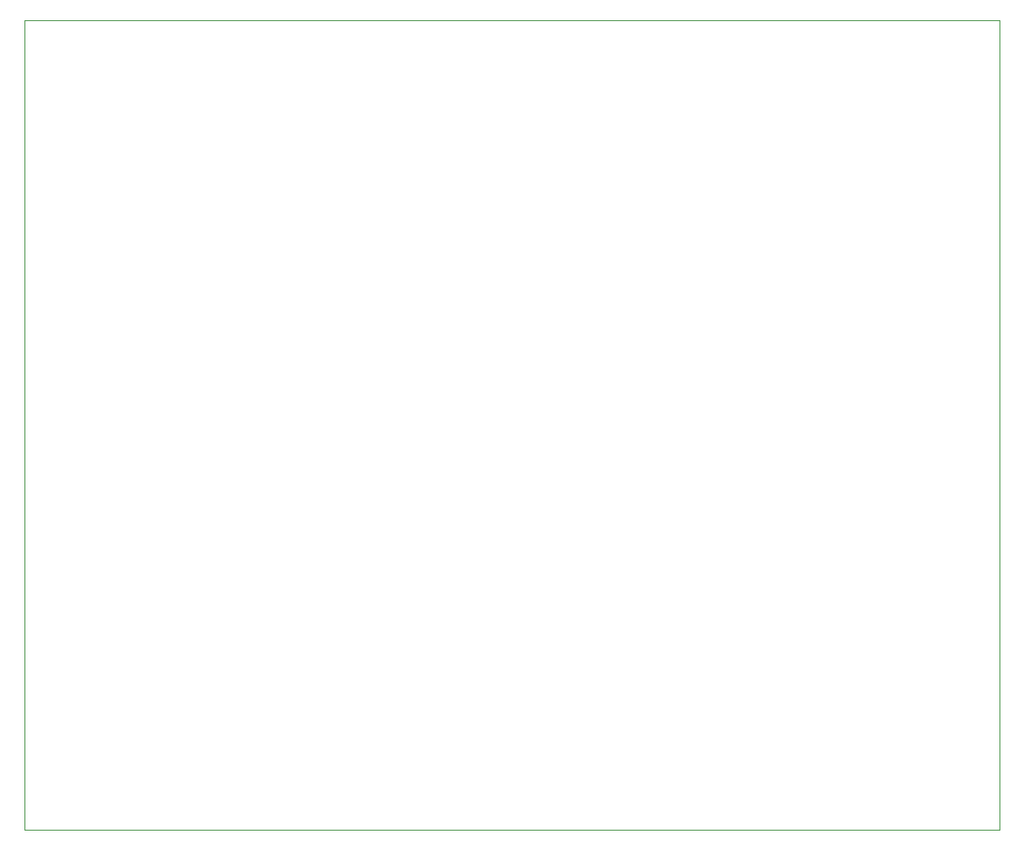
<source format=gbr>
%TF.GenerationSoftware,KiCad,Pcbnew,5.1.8-db9833491~87~ubuntu18.04.1*%
%TF.CreationDate,2020-12-15T23:06:18+01:00*%
%TF.ProjectId,Mqtt32output,4d717474-3332-46f7-9574-7075742e6b69,rev?*%
%TF.SameCoordinates,Original*%
%TF.FileFunction,Profile,NP*%
%FSLAX46Y46*%
G04 Gerber Fmt 4.6, Leading zero omitted, Abs format (unit mm)*
G04 Created by KiCad (PCBNEW 5.1.8-db9833491~87~ubuntu18.04.1) date 2020-12-15 23:06:18*
%MOMM*%
%LPD*%
G01*
G04 APERTURE LIST*
%TA.AperFunction,Profile*%
%ADD10C,0.050000*%
%TD*%
G04 APERTURE END LIST*
D10*
X200660000Y-104140000D02*
X102870000Y-104140000D01*
X102870000Y-104140000D02*
X102870000Y-22860000D01*
X200660000Y-22860000D02*
X200660000Y-104140000D01*
X102870000Y-22860000D02*
X200660000Y-22860000D01*
M02*

</source>
